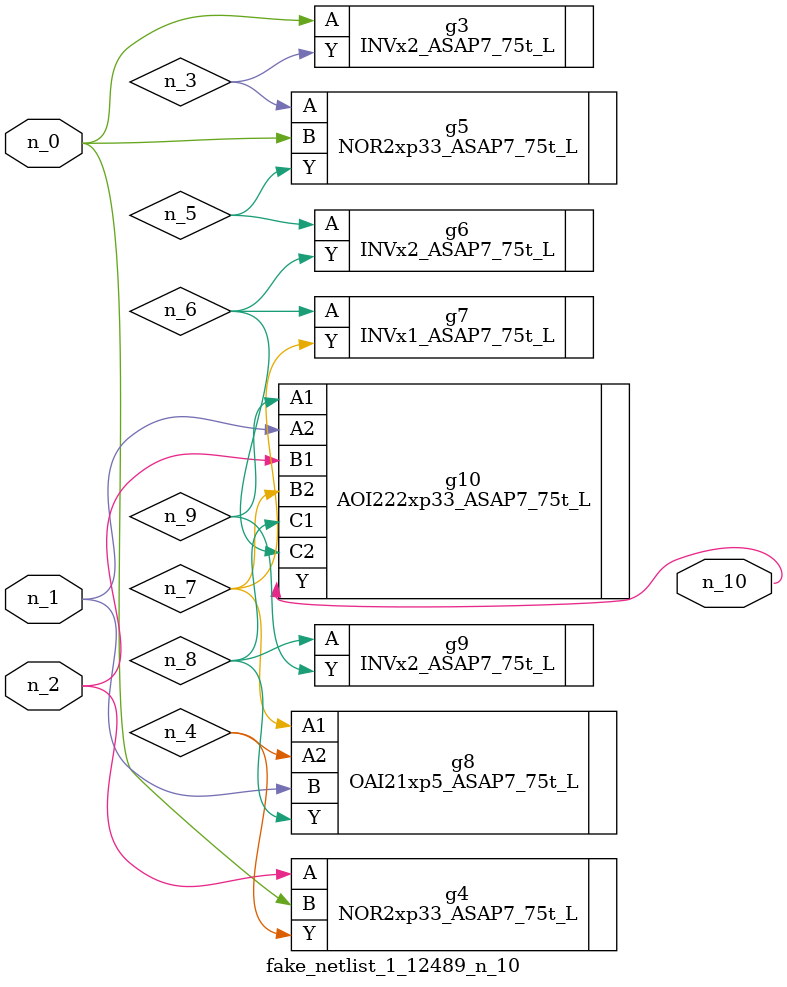
<source format=v>
module fake_netlist_1_12489_n_10 (n_1, n_2, n_0, n_10);
input n_1;
input n_2;
input n_0;
output n_10;
wire n_6;
wire n_4;
wire n_3;
wire n_9;
wire n_5;
wire n_7;
wire n_8;
INVx2_ASAP7_75t_L g3 ( .A(n_0), .Y(n_3) );
NOR2xp33_ASAP7_75t_L g4 ( .A(n_2), .B(n_0), .Y(n_4) );
NOR2xp33_ASAP7_75t_L g5 ( .A(n_3), .B(n_0), .Y(n_5) );
INVx2_ASAP7_75t_L g6 ( .A(n_5), .Y(n_6) );
INVx1_ASAP7_75t_L g7 ( .A(n_6), .Y(n_7) );
OAI21xp5_ASAP7_75t_L g8 ( .A1(n_7), .A2(n_4), .B(n_1), .Y(n_8) );
INVx2_ASAP7_75t_L g9 ( .A(n_8), .Y(n_9) );
AOI222xp33_ASAP7_75t_L g10 ( .A1(n_9), .A2(n_1), .B1(n_2), .B2(n_7), .C1(n_8), .C2(n_6), .Y(n_10) );
endmodule
</source>
